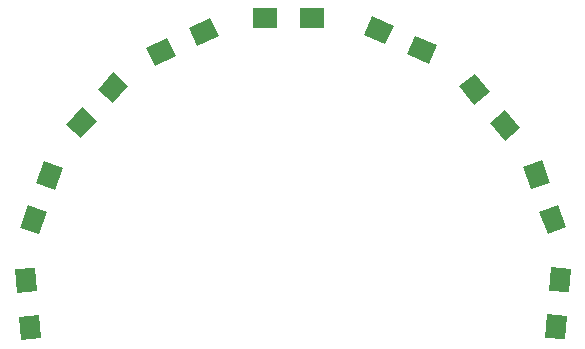
<source format=gtp>
G04 #@! TF.FileFunction,Paste,Top*
%FSLAX46Y46*%
G04 Gerber Fmt 4.6, Leading zero omitted, Abs format (unit mm)*
G04 Created by KiCad (PCBNEW 4.0.7) date 05/31/18 15:48:07*
%MOMM*%
%LPD*%
G01*
G04 APERTURE LIST*
%ADD10C,0.100000*%
%ADD11R,2.000000X1.700000*%
G04 APERTURE END LIST*
D10*
G36*
X75548968Y-99142699D02*
X77242499Y-98994534D01*
X77416810Y-100986923D01*
X75723279Y-101135088D01*
X75548968Y-99142699D01*
X75548968Y-99142699D01*
G37*
G36*
X75897590Y-103127477D02*
X77591121Y-102979312D01*
X77765432Y-104971701D01*
X76071901Y-105119866D01*
X75897590Y-103127477D01*
X75897590Y-103127477D01*
G37*
G36*
X78052921Y-89955805D02*
X79650399Y-90537240D01*
X78966359Y-92416625D01*
X77368881Y-91835190D01*
X78052921Y-89955805D01*
X78052921Y-89955805D01*
G37*
G36*
X76684841Y-93714575D02*
X78282319Y-94296010D01*
X77598279Y-96175395D01*
X76000801Y-95593960D01*
X76684841Y-93714575D01*
X76684841Y-93714575D01*
G37*
G36*
X83925719Y-82444204D02*
X85189065Y-83581726D01*
X83850803Y-85068016D01*
X82587457Y-83930494D01*
X83925719Y-82444204D01*
X83925719Y-82444204D01*
G37*
G36*
X81249197Y-85416784D02*
X82512543Y-86554306D01*
X81174281Y-88040596D01*
X79910935Y-86903074D01*
X81249197Y-85416784D01*
X81249197Y-85416784D01*
G37*
G36*
X92123298Y-77819383D02*
X92841749Y-79360106D01*
X91029134Y-80205343D01*
X90310683Y-78664620D01*
X92123298Y-77819383D01*
X92123298Y-77819383D01*
G37*
G36*
X88498066Y-79509857D02*
X89216517Y-81050580D01*
X87403902Y-81895817D01*
X86685451Y-80355094D01*
X88498066Y-79509857D01*
X88498066Y-79509857D01*
G37*
D11*
X100755200Y-77876400D03*
X96755200Y-77876400D03*
D10*
G36*
X111290363Y-80148896D02*
X110598910Y-81701923D01*
X108771819Y-80888450D01*
X109463272Y-79335423D01*
X111290363Y-80148896D01*
X111290363Y-80148896D01*
G37*
G36*
X107636181Y-78521950D02*
X106944728Y-80074977D01*
X105117637Y-79261504D01*
X105809090Y-77708477D01*
X107636181Y-78521950D01*
X107636181Y-78521950D01*
G37*
G36*
X118352700Y-87146564D02*
X117050425Y-88239303D01*
X115764850Y-86707214D01*
X117067125Y-85614475D01*
X118352700Y-87146564D01*
X118352700Y-87146564D01*
G37*
G36*
X115781550Y-84082386D02*
X114479275Y-85175125D01*
X113193700Y-83643036D01*
X114495975Y-82550297D01*
X115781550Y-84082386D01*
X115781550Y-84082386D01*
G37*
G36*
X122271599Y-95543160D02*
X120674121Y-96124595D01*
X119990081Y-94245210D01*
X121587559Y-93663775D01*
X122271599Y-95543160D01*
X122271599Y-95543160D01*
G37*
G36*
X120903519Y-91784390D02*
X119306041Y-92365825D01*
X118622001Y-90486440D01*
X120219479Y-89905005D01*
X120903519Y-91784390D01*
X120903519Y-91784390D01*
G37*
G36*
X122149699Y-105069066D02*
X120456168Y-104920901D01*
X120630479Y-102928512D01*
X122324010Y-103076677D01*
X122149699Y-105069066D01*
X122149699Y-105069066D01*
G37*
G36*
X122498321Y-101084288D02*
X120804790Y-100936123D01*
X120979101Y-98943734D01*
X122672632Y-99091899D01*
X122498321Y-101084288D01*
X122498321Y-101084288D01*
G37*
M02*

</source>
